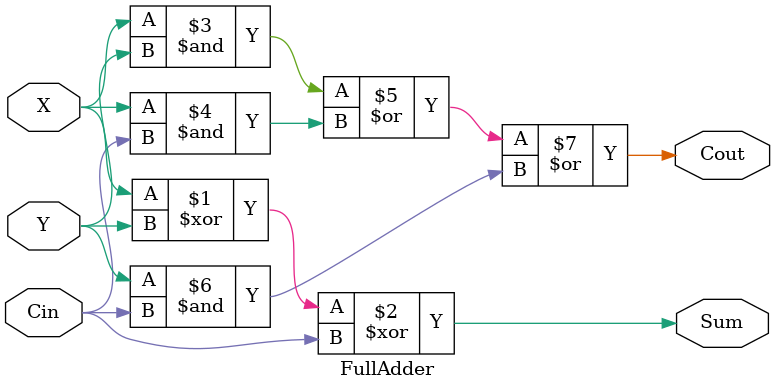
<source format=v>
module FullAdder (X, Y, Cin, Cout, Sum);
   input X; //inputs
   input Y;
   input Cin;
   output Cout; //outputs
   output Sum;
   assign #10 Sum = X ^ Y ^ Cin ;
   assign #10 Cout = (X & Y) | (X & Cin) | (Y & Cin) ;
endmodule

</source>
